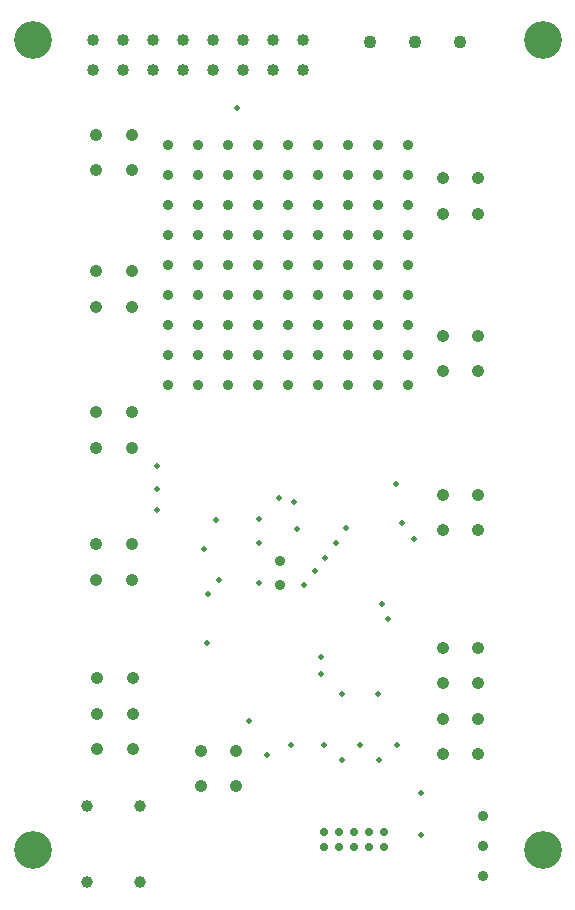
<source format=gbr>
%TF.GenerationSoftware,Altium Limited,Altium Designer,20.1.14 (287)*%
G04 Layer_Color=0*
%FSLAX25Y25*%
%MOIN*%
%TF.SameCoordinates,EAB65FBB-9CC0-4E70-8F82-B449C0BBF2B7*%
%TF.FilePolarity,Positive*%
%TF.FileFunction,Plated,1,4,PTH,Drill*%
%TF.Part,Single*%
G01*
G75*
%TA.AperFunction,ComponentDrill*%
%ADD92C,0.04016*%
%ADD93C,0.03500*%
%ADD94C,0.03500*%
%ADD95C,0.04213*%
%ADD96C,0.03898*%
%ADD97C,0.02800*%
%ADD98C,0.04213*%
%ADD99C,0.04331*%
%ADD100C,0.03543*%
%TA.AperFunction,ViaDrill,NotFilled*%
%ADD101C,0.01968*%
%ADD102C,0.12600*%
D92*
X105000Y285000D02*
D03*
X95000D02*
D03*
X85000D02*
D03*
X75000D02*
D03*
X65000D02*
D03*
X55000D02*
D03*
X45000D02*
D03*
X35000D02*
D03*
X105000Y275000D02*
D03*
X95000D02*
D03*
X85000D02*
D03*
X75000D02*
D03*
X65000D02*
D03*
X55000D02*
D03*
X45000D02*
D03*
X35000D02*
D03*
D93*
X130000Y250000D02*
D03*
X120000D02*
D03*
X110000D02*
D03*
X60000Y190000D02*
D03*
Y170000D02*
D03*
X140000Y190000D02*
D03*
Y180000D02*
D03*
Y170000D02*
D03*
Y200000D02*
D03*
Y230000D02*
D03*
X120000Y170000D02*
D03*
X130000D02*
D03*
X140000Y210000D02*
D03*
Y220000D02*
D03*
X90000Y170000D02*
D03*
X80000D02*
D03*
X70000D02*
D03*
X60000Y210000D02*
D03*
X130000Y240000D02*
D03*
X120000D02*
D03*
X110000D02*
D03*
X100000D02*
D03*
X90000D02*
D03*
X80000D02*
D03*
X110000Y230000D02*
D03*
X100000D02*
D03*
X90000D02*
D03*
X80000D02*
D03*
X70000D02*
D03*
X60000Y220000D02*
D03*
X70000Y190000D02*
D03*
X80000Y220000D02*
D03*
X70000D02*
D03*
X140000Y250000D02*
D03*
X90000Y190000D02*
D03*
X80000Y180000D02*
D03*
X120000Y230000D02*
D03*
X130000D02*
D03*
X140000Y240000D02*
D03*
X90000Y180000D02*
D03*
X70000Y210000D02*
D03*
X130000Y220000D02*
D03*
X120000D02*
D03*
X110000D02*
D03*
X100000D02*
D03*
X90000D02*
D03*
X130000Y210000D02*
D03*
X120000D02*
D03*
X110000D02*
D03*
X100000D02*
D03*
X90000D02*
D03*
X80000D02*
D03*
X120000Y200000D02*
D03*
X110000D02*
D03*
X100000D02*
D03*
X90000D02*
D03*
X80000D02*
D03*
X70000D02*
D03*
X100000Y190000D02*
D03*
X70000Y180000D02*
D03*
X130000D02*
D03*
X120000D02*
D03*
X110000D02*
D03*
X100000D02*
D03*
X70000Y240000D02*
D03*
X130000Y200000D02*
D03*
X60000Y230000D02*
D03*
X110000Y190000D02*
D03*
X130000D02*
D03*
X60000Y240000D02*
D03*
Y250000D02*
D03*
D94*
Y180000D02*
D03*
X97500Y103500D02*
D03*
Y111500D02*
D03*
X110000Y170000D02*
D03*
X100000D02*
D03*
Y250000D02*
D03*
X90000D02*
D03*
X80000D02*
D03*
X70000D02*
D03*
X80000Y190000D02*
D03*
X60000Y200000D02*
D03*
X120000Y190000D02*
D03*
D95*
X48012Y161000D02*
D03*
Y149189D02*
D03*
X36201Y161000D02*
D03*
Y149189D02*
D03*
X151681Y47035D02*
D03*
Y58846D02*
D03*
Y70657D02*
D03*
Y82468D02*
D03*
X163492Y47035D02*
D03*
Y58846D02*
D03*
Y70657D02*
D03*
Y82468D02*
D03*
X151681Y227095D02*
D03*
Y238906D02*
D03*
X163492Y227095D02*
D03*
Y238906D02*
D03*
X151681Y174594D02*
D03*
Y186406D02*
D03*
X163492Y174594D02*
D03*
Y186406D02*
D03*
X151681Y121595D02*
D03*
Y133405D02*
D03*
X163492Y121595D02*
D03*
Y133405D02*
D03*
X48012Y116905D02*
D03*
Y105095D02*
D03*
X36201Y116905D02*
D03*
Y105095D02*
D03*
X48012Y207906D02*
D03*
Y196095D02*
D03*
X36201Y207906D02*
D03*
Y196095D02*
D03*
X48012Y253405D02*
D03*
Y241595D02*
D03*
X36201Y253405D02*
D03*
Y241595D02*
D03*
X36508Y72311D02*
D03*
Y60500D02*
D03*
Y48689D02*
D03*
X48319D02*
D03*
Y60500D02*
D03*
Y72311D02*
D03*
D96*
X33142Y4205D02*
D03*
Y29795D02*
D03*
X50858D02*
D03*
Y4205D02*
D03*
D97*
X112000Y16000D02*
D03*
Y21000D02*
D03*
X117000Y16000D02*
D03*
Y21000D02*
D03*
X122000Y16000D02*
D03*
Y21000D02*
D03*
X127000Y16000D02*
D03*
Y21000D02*
D03*
X132000Y16000D02*
D03*
Y21000D02*
D03*
D98*
X71095Y48012D02*
D03*
X82906D02*
D03*
X71095Y36201D02*
D03*
X82906D02*
D03*
D99*
X157500Y284500D02*
D03*
X142500D02*
D03*
X127500D02*
D03*
D100*
X165000Y26500D02*
D03*
Y16500D02*
D03*
Y6500D02*
D03*
D101*
X83000Y262500D02*
D03*
X73265Y84000D02*
D03*
X103000Y122000D02*
D03*
X102000Y131000D02*
D03*
X90500Y117500D02*
D03*
X142290Y118710D02*
D03*
X131500Y97000D02*
D03*
X76000Y125000D02*
D03*
X119500Y122500D02*
D03*
X111000Y73768D02*
D03*
X90500Y125500D02*
D03*
Y104000D02*
D03*
X138000Y124000D02*
D03*
X112500Y112500D02*
D03*
X109000Y108000D02*
D03*
X111000Y79500D02*
D03*
X136097Y136904D02*
D03*
X105500Y103500D02*
D03*
X97000Y132500D02*
D03*
X77122Y105055D02*
D03*
X133500Y92000D02*
D03*
X115977Y117500D02*
D03*
X73500Y100500D02*
D03*
X72000Y115516D02*
D03*
X87000Y58000D02*
D03*
X101000Y50000D02*
D03*
X93000Y46821D02*
D03*
X144500Y34000D02*
D03*
Y20000D02*
D03*
X136500Y50000D02*
D03*
X118000Y67000D02*
D03*
X130000D02*
D03*
X130500Y45000D02*
D03*
X124000Y50000D02*
D03*
X112000D02*
D03*
X118000Y45000D02*
D03*
X56500Y143000D02*
D03*
Y135500D02*
D03*
Y128500D02*
D03*
D102*
X185000Y285000D02*
D03*
X15000D02*
D03*
X185000Y15000D02*
D03*
X15000D02*
D03*
%TF.MD5,140d3ef6990ddca74188c114d8a3f136*%
M02*

</source>
